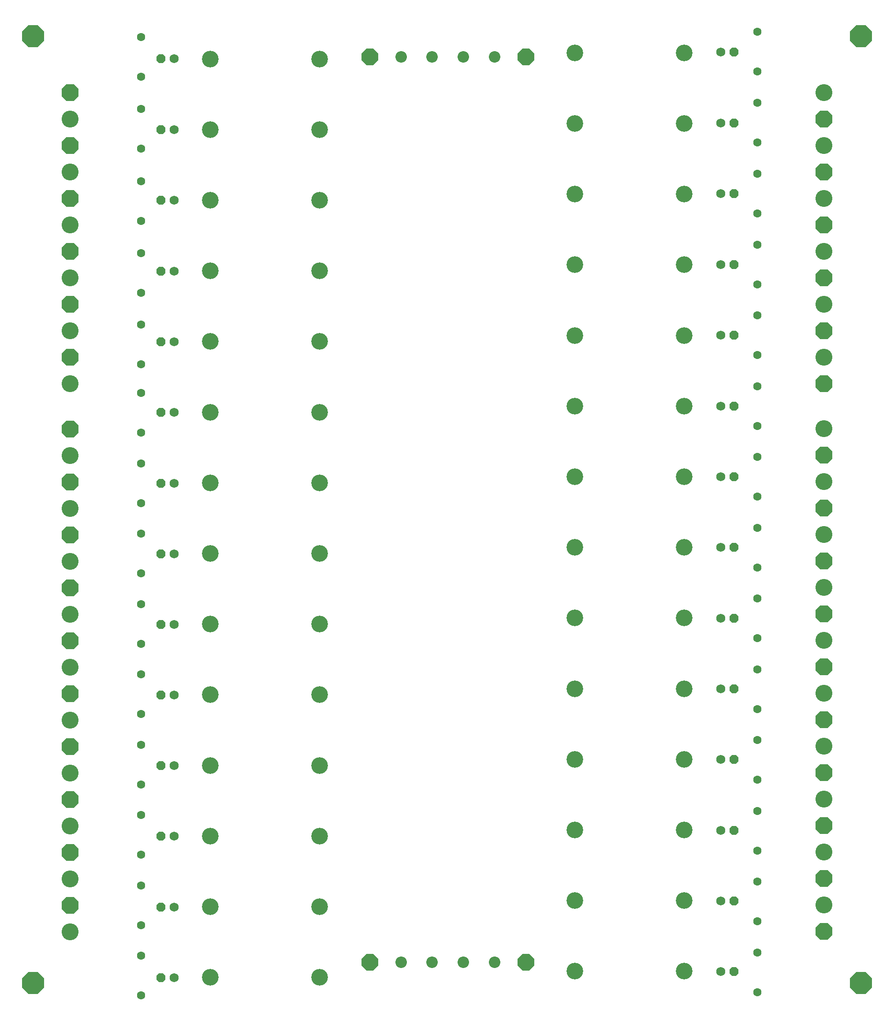
<source format=gbs>
%FSLAX44Y44*%
%MOMM*%
G71*
G01*
G75*
G04 Layer_Color=16711935*
%ADD10P,3.2472X8X22.5*%
%ADD11C,2.0000*%
%ADD12C,3.0480*%
%ADD13P,3.2992X8X112.5*%
%ADD14C,1.4000*%
%ADD15C,1.5240*%
%ADD16P,1.6496X8X202.5*%
%ADD17C,3.0000*%
%ADD18P,4.3296X8X202.5*%
%ADD19C,1.0000*%
%ADD20C,2.0000*%
%ADD21C,0.1524*%
%ADD22C,0.2540*%
%ADD23C,0.2000*%
%ADD24C,0.3000*%
%ADD25P,3.4671X8X22.5*%
%ADD26C,2.2032*%
%ADD27C,3.2512*%
%ADD28P,3.5191X8X112.5*%
%ADD29C,1.6032*%
%ADD30C,1.7272*%
%ADD31P,1.8695X8X202.5*%
%ADD32C,3.2032*%
%ADD33P,4.5495X8X202.5*%
D25*
X1539550Y424180D02*
D03*
X1239550D02*
D03*
X1539550Y2162810D02*
D03*
X1239550D02*
D03*
D26*
X1479550Y424180D02*
D03*
X1419550D02*
D03*
X1359550D02*
D03*
X1299550D02*
D03*
X1479550Y2162810D02*
D03*
X1419550D02*
D03*
X1359550D02*
D03*
X1299550D02*
D03*
D27*
X2112137Y1687703D02*
D03*
Y1586103D02*
D03*
X664083Y1637157D02*
D03*
Y1535557D02*
D03*
Y482727D02*
D03*
Y584327D02*
D03*
Y685927D02*
D03*
Y787527D02*
D03*
Y889127D02*
D03*
Y990727D02*
D03*
Y1092327D02*
D03*
Y1193927D02*
D03*
Y1295527D02*
D03*
Y1397127D02*
D03*
X2112137Y534543D02*
D03*
Y636143D02*
D03*
Y737743D02*
D03*
Y839343D02*
D03*
Y940943D02*
D03*
Y1042543D02*
D03*
Y1144143D02*
D03*
Y1245743D02*
D03*
Y1347343D02*
D03*
Y1448943D02*
D03*
Y1789303D02*
D03*
Y1890903D02*
D03*
Y1992503D02*
D03*
Y2094103D02*
D03*
X664083Y1738757D02*
D03*
Y1840357D02*
D03*
Y1941957D02*
D03*
Y2043557D02*
D03*
D28*
X2112137Y1636903D02*
D03*
Y1535303D02*
D03*
X664083Y1687957D02*
D03*
Y1586357D02*
D03*
Y533527D02*
D03*
Y635127D02*
D03*
Y736727D02*
D03*
Y838327D02*
D03*
Y939927D02*
D03*
Y1041527D02*
D03*
Y1143127D02*
D03*
Y1244727D02*
D03*
Y1346327D02*
D03*
Y1447927D02*
D03*
X2112137Y483743D02*
D03*
Y585343D02*
D03*
Y686943D02*
D03*
Y788543D02*
D03*
Y890143D02*
D03*
Y991743D02*
D03*
Y1093343D02*
D03*
Y1194943D02*
D03*
Y1296543D02*
D03*
Y1398143D02*
D03*
Y1738503D02*
D03*
Y1840103D02*
D03*
Y1941703D02*
D03*
Y2043303D02*
D03*
X664083Y1789557D02*
D03*
Y1891157D02*
D03*
Y1992757D02*
D03*
Y2094357D02*
D03*
D29*
X1983740Y367030D02*
D03*
Y443230D02*
D03*
Y502920D02*
D03*
Y579120D02*
D03*
Y638810D02*
D03*
Y715010D02*
D03*
Y774700D02*
D03*
Y850900D02*
D03*
Y910590D02*
D03*
Y986790D02*
D03*
Y1046480D02*
D03*
Y1122680D02*
D03*
Y1182370D02*
D03*
Y1258570D02*
D03*
Y1318260D02*
D03*
Y1394460D02*
D03*
Y1454150D02*
D03*
Y1530350D02*
D03*
Y1666240D02*
D03*
Y1590040D02*
D03*
X800100Y360680D02*
D03*
Y436880D02*
D03*
Y495723D02*
D03*
Y571923D02*
D03*
Y630767D02*
D03*
Y706967D02*
D03*
Y765810D02*
D03*
Y842010D02*
D03*
Y900853D02*
D03*
Y977053D02*
D03*
Y1035897D02*
D03*
Y1112097D02*
D03*
Y1170940D02*
D03*
Y1247140D02*
D03*
Y1305983D02*
D03*
Y1382183D02*
D03*
Y1441026D02*
D03*
Y1517227D02*
D03*
Y1648460D02*
D03*
Y1572260D02*
D03*
X1983740Y1725930D02*
D03*
Y1802130D02*
D03*
Y1938443D02*
D03*
Y1862243D02*
D03*
Y2074757D02*
D03*
Y1998557D02*
D03*
Y2211070D02*
D03*
Y2134870D02*
D03*
X800100Y1709420D02*
D03*
Y1785620D02*
D03*
Y1924050D02*
D03*
Y1847850D02*
D03*
Y2062480D02*
D03*
Y1986280D02*
D03*
Y2200910D02*
D03*
Y2124710D02*
D03*
D30*
X1913890Y1764030D02*
D03*
Y1899920D02*
D03*
Y2035810D02*
D03*
Y2171700D02*
D03*
X863600Y1751330D02*
D03*
Y1887220D02*
D03*
Y2023110D02*
D03*
Y2159000D02*
D03*
X1913890Y406400D02*
D03*
Y542149D02*
D03*
Y677898D02*
D03*
Y813647D02*
D03*
Y949396D02*
D03*
Y1085144D02*
D03*
Y1220893D02*
D03*
Y1356642D02*
D03*
Y1492391D02*
D03*
Y1628140D02*
D03*
X863600Y394970D02*
D03*
Y530578D02*
D03*
Y666186D02*
D03*
Y801793D02*
D03*
Y937401D02*
D03*
Y1073009D02*
D03*
Y1208616D02*
D03*
Y1344224D02*
D03*
Y1479832D02*
D03*
Y1615440D02*
D03*
D31*
X1939290Y1764030D02*
D03*
Y1899920D02*
D03*
Y2035810D02*
D03*
Y2171700D02*
D03*
X838200Y1751330D02*
D03*
Y1887220D02*
D03*
Y2023110D02*
D03*
Y2159000D02*
D03*
X1939290Y406400D02*
D03*
Y542149D02*
D03*
Y677898D02*
D03*
Y813647D02*
D03*
Y949396D02*
D03*
Y1085144D02*
D03*
Y1220893D02*
D03*
Y1356642D02*
D03*
Y1492391D02*
D03*
Y1628140D02*
D03*
X838200Y394970D02*
D03*
Y530578D02*
D03*
Y666186D02*
D03*
Y801793D02*
D03*
Y937401D02*
D03*
Y1073009D02*
D03*
Y1208616D02*
D03*
Y1344224D02*
D03*
Y1479832D02*
D03*
Y1615440D02*
D03*
D32*
X1633220Y407156D02*
D03*
X1843220D02*
D03*
X1633220Y542794D02*
D03*
X1843220D02*
D03*
X1633220Y678432D02*
D03*
X1843220D02*
D03*
X1633220Y814070D02*
D03*
X1843220D02*
D03*
X1633220Y949708D02*
D03*
X1843220D02*
D03*
X1633220Y1763535D02*
D03*
X1843220D02*
D03*
X1633220Y1899173D02*
D03*
X1843220D02*
D03*
X1633220Y2034810D02*
D03*
X1843220D02*
D03*
X1633220Y2170448D02*
D03*
X1843220D02*
D03*
X1143000Y1751853D02*
D03*
X933000D02*
D03*
X1143000Y1887491D02*
D03*
X933000D02*
D03*
X1143000Y2023128D02*
D03*
X933000D02*
D03*
X1143000Y2158766D02*
D03*
X933000D02*
D03*
X1143000Y395474D02*
D03*
X933000D02*
D03*
X1143000Y531112D02*
D03*
X933000D02*
D03*
X1143000Y666750D02*
D03*
X933000D02*
D03*
X1143000Y1344939D02*
D03*
X933000D02*
D03*
X1143000Y1480577D02*
D03*
X933000D02*
D03*
X1143000Y1616215D02*
D03*
X933000D02*
D03*
X1633220Y1085346D02*
D03*
X1843220D02*
D03*
X1633220Y1220984D02*
D03*
X1843220D02*
D03*
X1633220Y1356621D02*
D03*
X1843220D02*
D03*
X1633220Y1492259D02*
D03*
X1843220D02*
D03*
X1633220Y1627897D02*
D03*
X1843220D02*
D03*
X1143000Y802388D02*
D03*
X933000D02*
D03*
X1143000Y938026D02*
D03*
X933000D02*
D03*
X1143000Y1073663D02*
D03*
X933000D02*
D03*
X1143000Y1209301D02*
D03*
X933000D02*
D03*
D33*
X593090Y2202180D02*
D03*
Y384810D02*
D03*
X2183130Y2202180D02*
D03*
Y384810D02*
D03*
M02*

</source>
